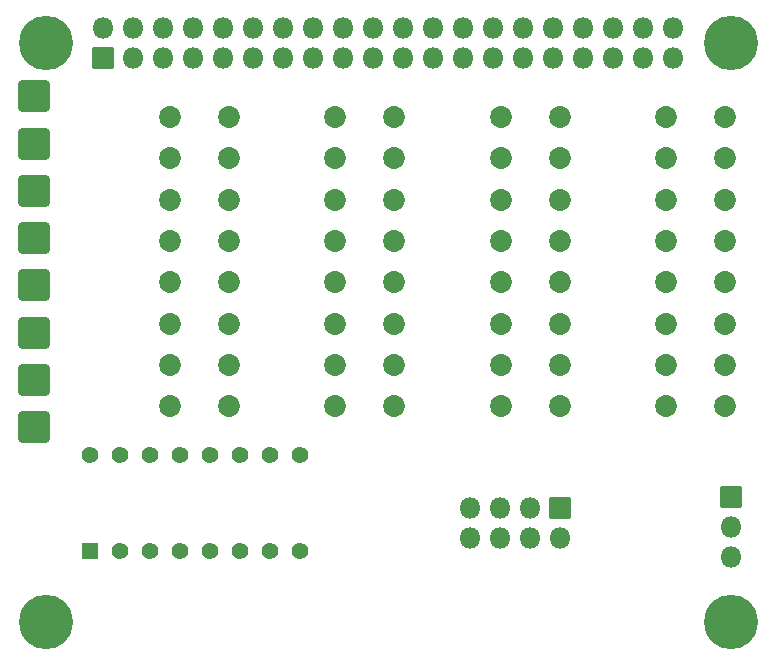
<source format=gbr>
%TF.GenerationSoftware,KiCad,Pcbnew,9.0.2*%
%TF.CreationDate,2025-05-28T22:42:43-04:00*%
%TF.ProjectId,DAQHat Rev A,44415148-6174-4205-9265-7620412e6b69,rev?*%
%TF.SameCoordinates,Original*%
%TF.FileFunction,Soldermask,Top*%
%TF.FilePolarity,Negative*%
%FSLAX46Y46*%
G04 Gerber Fmt 4.6, Leading zero omitted, Abs format (unit mm)*
G04 Created by KiCad (PCBNEW 9.0.2) date 2025-05-28 22:42:43*
%MOMM*%
%LPD*%
G01*
G04 APERTURE LIST*
G04 Aperture macros list*
%AMRoundRect*
0 Rectangle with rounded corners*
0 $1 Rounding radius*
0 $2 $3 $4 $5 $6 $7 $8 $9 X,Y pos of 4 corners*
0 Add a 4 corners polygon primitive as box body*
4,1,4,$2,$3,$4,$5,$6,$7,$8,$9,$2,$3,0*
0 Add four circle primitives for the rounded corners*
1,1,$1+$1,$2,$3*
1,1,$1+$1,$4,$5*
1,1,$1+$1,$6,$7*
1,1,$1+$1,$8,$9*
0 Add four rect primitives between the rounded corners*
20,1,$1+$1,$2,$3,$4,$5,0*
20,1,$1+$1,$4,$5,$6,$7,0*
20,1,$1+$1,$6,$7,$8,$9,0*
20,1,$1+$1,$8,$9,$2,$3,0*%
G04 Aperture macros list end*
%ADD10RoundRect,0.050800X-0.850000X0.850000X-0.850000X-0.850000X0.850000X-0.850000X0.850000X0.850000X0*%
%ADD11O,1.801600X1.801600*%
%ADD12C,1.854000*%
%ADD13RoundRect,0.259960X-1.065840X-1.065840X1.065840X-1.065840X1.065840X1.065840X-1.065840X1.065840X0*%
%ADD14C,4.601600*%
%ADD15RoundRect,0.102000X0.610000X-0.610000X0.610000X0.610000X-0.610000X0.610000X-0.610000X-0.610000X0*%
%ADD16C,1.424000*%
%ADD17RoundRect,0.050800X-0.850000X-0.850000X0.850000X-0.850000X0.850000X0.850000X-0.850000X0.850000X0*%
G04 APERTURE END LIST*
D10*
%TO.C,J4*%
X164000000Y-112800000D03*
D11*
X164000000Y-115340000D03*
X161460000Y-112800000D03*
X161460000Y-115340000D03*
X158920000Y-112800000D03*
X158920000Y-115340000D03*
X156380000Y-112800000D03*
X156380000Y-115340000D03*
%TD*%
D12*
%TO.C,J12*%
X150000000Y-79700000D03*
X145000000Y-79700000D03*
X150000000Y-83200000D03*
X145000000Y-83200000D03*
X150000000Y-86700000D03*
X145000000Y-86700000D03*
X150000000Y-90200000D03*
X145000000Y-90200000D03*
X150000000Y-93700000D03*
X145000000Y-93700000D03*
X150000000Y-97200000D03*
X145000000Y-97200000D03*
X150000000Y-100700000D03*
X145000000Y-100700000D03*
X150000000Y-104200000D03*
X145000000Y-104200000D03*
%TD*%
D13*
%TO.C,J10*%
X119500000Y-101950000D03*
%TD*%
D12*
%TO.C,J13*%
X164000000Y-79700000D03*
X159000000Y-79700000D03*
X164000000Y-83200000D03*
X159000000Y-83200000D03*
X164000000Y-86700000D03*
X159000000Y-86700000D03*
X164000000Y-90200000D03*
X159000000Y-90200000D03*
X164000000Y-93700000D03*
X159000000Y-93700000D03*
X164000000Y-97200000D03*
X159000000Y-97200000D03*
X164000000Y-100700000D03*
X159000000Y-100700000D03*
X164000000Y-104200000D03*
X159000000Y-104200000D03*
%TD*%
D13*
%TO.C,J15*%
X119500000Y-105950000D03*
%TD*%
%TO.C,J3*%
X119500000Y-77950000D03*
%TD*%
%TO.C,J5*%
X119500000Y-81950000D03*
%TD*%
%TO.C,J9*%
X119500000Y-97950000D03*
%TD*%
D14*
%TO.C,H1*%
X178500000Y-73450000D03*
%TD*%
%TO.C,H4*%
X120500000Y-73450000D03*
%TD*%
%TO.C,H3*%
X120500000Y-122450000D03*
%TD*%
D12*
%TO.C,J11*%
X136000000Y-79700000D03*
X131000000Y-79700000D03*
X136000000Y-83200000D03*
X131000000Y-83200000D03*
X136000000Y-86700000D03*
X131000000Y-86700000D03*
X136000000Y-90200000D03*
X131000000Y-90200000D03*
X136000000Y-93700000D03*
X131000000Y-93700000D03*
X136000000Y-97200000D03*
X131000000Y-97200000D03*
X136000000Y-100700000D03*
X131000000Y-100700000D03*
X136000000Y-104200000D03*
X131000000Y-104200000D03*
%TD*%
D13*
%TO.C,J7*%
X119500000Y-89950000D03*
%TD*%
D15*
%TO.C,S1*%
X124260000Y-116450000D03*
D16*
X124260000Y-108350000D03*
X126800000Y-116450000D03*
X126800000Y-108350000D03*
X129340000Y-116450000D03*
X129340000Y-108350000D03*
X131880000Y-116450000D03*
X131880000Y-108350000D03*
X134420000Y-116450000D03*
X134420000Y-108350000D03*
X136960000Y-116450000D03*
X136960000Y-108350000D03*
X139500000Y-116450000D03*
X139500000Y-108350000D03*
X142040000Y-116450000D03*
X142040000Y-108350000D03*
%TD*%
D13*
%TO.C,J8*%
X119500000Y-93950000D03*
%TD*%
%TO.C,J6*%
X119500000Y-85950000D03*
%TD*%
D12*
%TO.C,J14*%
X178000000Y-79700000D03*
X173000000Y-79700000D03*
X178000000Y-83200000D03*
X173000000Y-83200000D03*
X178000000Y-86700000D03*
X173000000Y-86700000D03*
X178000000Y-90200000D03*
X173000000Y-90200000D03*
X178000000Y-93700000D03*
X173000000Y-93700000D03*
X178000000Y-97200000D03*
X173000000Y-97200000D03*
X178000000Y-100700000D03*
X173000000Y-100700000D03*
X178000000Y-104200000D03*
X173000000Y-104200000D03*
%TD*%
D17*
%TO.C,J1*%
X178500000Y-111870000D03*
D11*
X178500000Y-114410000D03*
X178500000Y-116950000D03*
%TD*%
D14*
%TO.C,H2*%
X178500000Y-122450000D03*
%TD*%
D10*
%TO.C,J2*%
X125370000Y-74720000D03*
D11*
X125370000Y-72180000D03*
X127910000Y-74720000D03*
X127910000Y-72180000D03*
X130450000Y-74720000D03*
X130450000Y-72180000D03*
X132990000Y-74720000D03*
X132990000Y-72180000D03*
X135530000Y-74720000D03*
X135530000Y-72180000D03*
X138070000Y-74720000D03*
X138070000Y-72180000D03*
X140610000Y-74720000D03*
X140610000Y-72180000D03*
X143150000Y-74720000D03*
X143150000Y-72180000D03*
X145690000Y-74720000D03*
X145690000Y-72180000D03*
X148230000Y-74720000D03*
X148230000Y-72180000D03*
X150770000Y-74720000D03*
X150770000Y-72180000D03*
X153310000Y-74720000D03*
X153310000Y-72180000D03*
X155850000Y-74720000D03*
X155850000Y-72180000D03*
X158390000Y-74720000D03*
X158390000Y-72180000D03*
X160930000Y-74720000D03*
X160930000Y-72180000D03*
X163470000Y-74720000D03*
X163470000Y-72180000D03*
X166010000Y-74720000D03*
X166010000Y-72180000D03*
X168550000Y-74720000D03*
X168550000Y-72180000D03*
X171090000Y-74720000D03*
X171090000Y-72180000D03*
X173630000Y-74720000D03*
X173630000Y-72180000D03*
%TD*%
M02*

</source>
